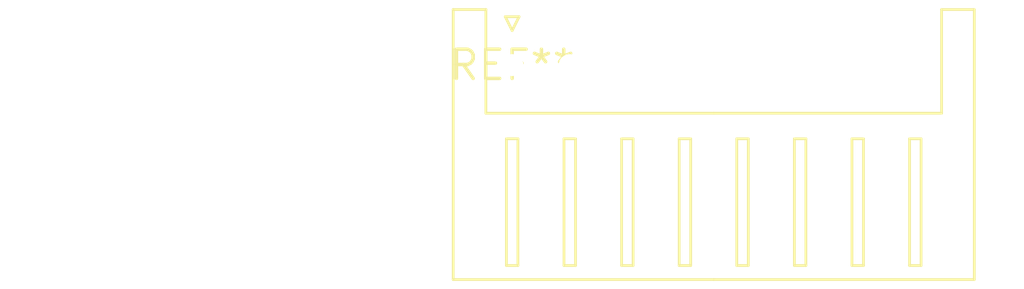
<source format=kicad_pcb>
(kicad_pcb (version 20240108) (generator pcbnew)
  (layers (0 "F.Cu" signal) (31 "B.Cu" signal) (34 "B.Paste" user) (35 "F.Paste" user) (36 "B.SilkS" user "B.Silkscreen") (37 "F.SilkS" user "F.Silkscreen") (38 "B.Mask" user) (39 "F.Mask" user) (44 "Edge.Cuts" user))
  (net 0 "")
  (footprint "JST_XH_S8B-XH-A_1x08_P2.50mm_Horizontal" (layer "F.Cu") (at 0 0)
    (property "Reference" "REF**")
    (property "Value" "JST_XH_S8B-XH-A_1x08_P2.50mm_Horizontal")
    (fp_line (start -2.56 -2.41) (end -1.14 -2.41) (layer "F.SilkS") (stroke (width 0.12)))
    (fp_line (start -2.56 9.31) (end -2.56 -2.41) (layer "F.SilkS") (stroke (width 0.12)))
    (fp_line (start -1.14 -2.41) (end -1.14 2.09) (layer "F.SilkS") (stroke (width 0.12)))
    (fp_line (start -1.14 2.09) (end 8.75 2.09) (layer "F.SilkS") (stroke (width 0.12)))
    (fp_line (start -0.3 -2.1) (end 0.3 -2.1) (layer "F.SilkS") (stroke (width 0.12)))
    (fp_line (start -0.25 3.2) (end -0.25 8.7) (layer "F.SilkS") (stroke (width 0.12)))
    (fp_line (start -0.25 8.7) (end 0.25 8.7) (layer "F.SilkS") (stroke (width 0.12)))
    (fp_line (start 0 -1.5) (end -0.3 -2.1) (layer "F.SilkS") (stroke (width 0.12)))
    (fp_line (start 0.25 3.2) (end -0.25 3.2) (layer "F.SilkS") (stroke (width 0.12)))
    (fp_line (start 0.25 8.7) (end 0.25 3.2) (layer "F.SilkS") (stroke (width 0.12)))
    (fp_line (start 0.3 -2.1) (end 0 -1.5) (layer "F.SilkS") (stroke (width 0.12)))
    (fp_line (start 2.25 3.2) (end 2.25 8.7) (layer "F.SilkS") (stroke (width 0.12)))
    (fp_line (start 2.25 8.7) (end 2.75 8.7) (layer "F.SilkS") (stroke (width 0.12)))
    (fp_line (start 2.75 3.2) (end 2.25 3.2) (layer "F.SilkS") (stroke (width 0.12)))
    (fp_line (start 2.75 8.7) (end 2.75 3.2) (layer "F.SilkS") (stroke (width 0.12)))
    (fp_line (start 4.75 3.2) (end 4.75 8.7) (layer "F.SilkS") (stroke (width 0.12)))
    (fp_line (start 4.75 8.7) (end 5.25 8.7) (layer "F.SilkS") (stroke (width 0.12)))
    (fp_line (start 5.25 3.2) (end 4.75 3.2) (layer "F.SilkS") (stroke (width 0.12)))
    (fp_line (start 5.25 8.7) (end 5.25 3.2) (layer "F.SilkS") (stroke (width 0.12)))
    (fp_line (start 7.25 3.2) (end 7.25 8.7) (layer "F.SilkS") (stroke (width 0.12)))
    (fp_line (start 7.25 8.7) (end 7.75 8.7) (layer "F.SilkS") (stroke (width 0.12)))
    (fp_line (start 7.75 3.2) (end 7.25 3.2) (layer "F.SilkS") (stroke (width 0.12)))
    (fp_line (start 7.75 8.7) (end 7.75 3.2) (layer "F.SilkS") (stroke (width 0.12)))
    (fp_line (start 8.75 9.31) (end -2.56 9.31) (layer "F.SilkS") (stroke (width 0.12)))
    (fp_line (start 8.75 9.31) (end 20.06 9.31) (layer "F.SilkS") (stroke (width 0.12)))
    (fp_line (start 9.75 3.2) (end 9.75 8.7) (layer "F.SilkS") (stroke (width 0.12)))
    (fp_line (start 9.75 8.7) (end 10.25 8.7) (layer "F.SilkS") (stroke (width 0.12)))
    (fp_line (start 10.25 3.2) (end 9.75 3.2) (layer "F.SilkS") (stroke (width 0.12)))
    (fp_line (start 10.25 8.7) (end 10.25 3.2) (layer "F.SilkS") (stroke (width 0.12)))
    (fp_line (start 12.25 3.2) (end 12.25 8.7) (layer "F.SilkS") (stroke (width 0.12)))
    (fp_line (start 12.25 8.7) (end 12.75 8.7) (layer "F.SilkS") (stroke (width 0.12)))
    (fp_line (start 12.75 3.2) (end 12.25 3.2) (layer "F.SilkS") (stroke (width 0.12)))
    (fp_line (start 12.75 8.7) (end 12.75 3.2) (layer "F.SilkS") (stroke (width 0.12)))
    (fp_line (start 14.75 3.2) (end 14.75 8.7) (layer "F.SilkS") (stroke (width 0.12)))
    (fp_line (start 14.75 8.7) (end 15.25 8.7) (layer "F.SilkS") (stroke (width 0.12)))
    (fp_line (start 15.25 3.2) (end 14.75 3.2) (layer "F.SilkS") (stroke (width 0.12)))
    (fp_line (start 15.25 8.7) (end 15.25 3.2) (layer "F.SilkS") (stroke (width 0.12)))
    (fp_line (start 17.25 3.2) (end 17.25 8.7) (layer "F.SilkS") (stroke (width 0.12)))
    (fp_line (start 17.25 8.7) (end 17.75 8.7) (layer "F.SilkS") (stroke (width 0.12)))
    (fp_line (start 17.75 3.2) (end 17.25 3.2) (layer "F.SilkS") (stroke (width 0.12)))
    (fp_line (start 17.75 8.7) (end 17.75 3.2) (layer "F.SilkS") (stroke (width 0.12)))
    (fp_line (start 18.64 -2.41) (end 18.64 2.09) (layer "F.SilkS") (stroke (width 0.12)))
    (fp_line (start 18.64 2.09) (end 8.75 2.09) (layer "F.SilkS") (stroke (width 0.12)))
    (fp_line (start 20.06 -2.41) (end 18.64 -2.41) (layer "F.SilkS") (stroke (width 0.12)))
    (fp_line (start 20.06 9.31) (end 20.06 -2.41) (layer "F.SilkS") (stroke (width 0.12)))
    (pad "1" thru_hole roundrect (at 0 0) (size 1.7 1.95) (drill 0.95) (layers *.Cu *.Mask) (remove_unused_layers) (roundrect_rratio 0.147059))
    (pad "2" thru_hole oval (at 2.5 0) (size 1.7 1.95) (drill 0.95) (layers *.Cu *.Mask) (remove_unused_layers))
    (pad "3" thru_hole oval (at 5 0) (size 1.7 1.95) (drill 0.95) (layers *.Cu *.Mask) (remove_unused_layers))
    (pad "4" thru_hole oval (at 7.5 0) (size 1.7 1.95) (drill 0.95) (layers *.Cu *.Mask) (remove_unused_layers))
    (pad "5" thru_hole oval (at 10 0) (size 1.7 1.95) (drill 0.95) (layers *.Cu *.Mask) (remove_unused_layers))
    (pad "6" thru_hole oval (at 12.5 0) (size 1.7 1.95) (drill 0.95) (layers *.Cu *.Mask) (remove_unused_layers))
    (pad "7" thru_hole oval (at 15 0) (size 1.7 1.95) (drill 0.95) (layers *.Cu *.Mask) (remove_unused_layers))
    (pad "8" thru_hole oval (at 17.5 0) (size 1.7 1.95) (drill 0.95) (layers *.Cu *.Mask) (remove_unused_layers))
  )
)
</source>
